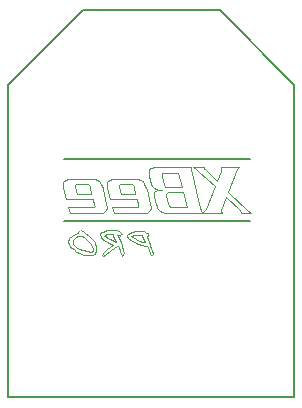
<source format=gbo>
G75*
G70*
%OFA0B0*%
%FSLAX24Y24*%
%IPPOS*%
%LPD*%
%AMOC8*
5,1,8,0,0,1.08239X$1,22.5*
%
%ADD10C,0.0080*%
%ADD11C,0.0060*%
%ADD12C,0.0040*%
D10*
X007786Y001744D02*
X017314Y001744D01*
X017314Y012140D01*
X014824Y014630D01*
X010277Y014630D01*
X007786Y012140D01*
X007786Y001744D01*
D11*
X009623Y007598D02*
X015851Y007598D01*
X015851Y009687D02*
X009623Y009687D01*
D12*
X009765Y009012D02*
X009705Y008990D01*
X009634Y008936D01*
X009612Y008914D01*
X009612Y008722D01*
X009705Y008344D01*
X010604Y008344D01*
X010648Y008157D01*
X010659Y008124D01*
X010653Y008086D01*
X010631Y008069D01*
X009842Y008069D01*
X009771Y008080D01*
X009847Y007894D01*
X010933Y007894D01*
X010977Y007905D01*
X011021Y007938D01*
X011048Y007976D01*
X011065Y008036D01*
X011065Y008091D01*
X011054Y008179D01*
X010944Y008667D01*
X010927Y008727D01*
X010862Y008859D01*
X010812Y008930D01*
X010725Y008985D01*
X010659Y009007D01*
X010626Y009012D01*
X009765Y009012D01*
X010017Y008820D02*
X010017Y008749D01*
X010078Y008513D01*
X010549Y008513D01*
X010555Y008519D01*
X010516Y008744D01*
X010500Y008788D01*
X010478Y008826D01*
X010445Y008842D01*
X010056Y008842D01*
X010034Y008837D01*
X010017Y008820D01*
X011070Y008914D02*
X011070Y008722D01*
X011163Y008344D01*
X012062Y008344D01*
X012106Y008157D01*
X012117Y008124D01*
X012112Y008086D01*
X012090Y008069D01*
X011300Y008069D01*
X011229Y008080D01*
X011306Y007894D01*
X012391Y007894D01*
X012435Y007905D01*
X012479Y007938D01*
X012506Y007976D01*
X012523Y008036D01*
X012523Y008091D01*
X012512Y008179D01*
X012402Y008667D01*
X012386Y008727D01*
X012320Y008859D01*
X012271Y008930D01*
X012183Y008985D01*
X012117Y009007D01*
X012084Y009012D01*
X011224Y009012D01*
X011163Y008990D01*
X011092Y008936D01*
X011070Y008914D01*
X011476Y008820D02*
X011476Y008749D01*
X011536Y008513D01*
X012007Y008513D01*
X012013Y008519D01*
X011975Y008744D01*
X011958Y008788D01*
X011936Y008826D01*
X011903Y008842D01*
X011514Y008842D01*
X011492Y008837D01*
X011476Y008820D01*
X012463Y009160D02*
X012479Y009116D01*
X012545Y008842D01*
X012567Y008788D01*
X012649Y008705D01*
X012715Y008678D01*
X012802Y008656D01*
X012912Y008656D01*
X012753Y008634D01*
X012638Y008579D01*
X012632Y008568D01*
X012632Y008420D01*
X012693Y008179D01*
X012731Y008119D01*
X012742Y008053D01*
X012824Y007960D01*
X012890Y007927D01*
X012994Y007894D01*
X014897Y007894D01*
X014864Y007954D01*
X014864Y007993D01*
X015039Y008426D01*
X015494Y007982D01*
X015544Y007894D01*
X015867Y007894D01*
X015730Y007993D01*
X015094Y008590D01*
X015407Y009352D01*
X015467Y009413D01*
X014864Y009413D01*
X014864Y009380D01*
X014880Y009347D01*
X014864Y009319D01*
X014864Y009292D01*
X014727Y008947D01*
X014337Y009330D01*
X014316Y009358D01*
X014299Y009391D01*
X014294Y009413D01*
X013948Y009413D01*
X014020Y009363D01*
X014074Y009325D01*
X014151Y009259D01*
X014666Y008777D01*
X014359Y008020D01*
X014272Y007899D01*
X014255Y007899D01*
X014222Y007932D01*
X014178Y008064D01*
X014113Y008311D01*
X014036Y008623D01*
X013893Y009204D01*
X013871Y009303D01*
X013871Y009413D01*
X012627Y009413D01*
X012561Y009396D01*
X012517Y009369D01*
X012484Y009308D01*
X012463Y009254D01*
X012463Y009160D01*
X012896Y009111D02*
X012972Y008820D01*
X012989Y008782D01*
X013022Y008760D01*
X013570Y008760D01*
X013455Y009226D01*
X012950Y009226D01*
X012901Y009199D01*
X012896Y009111D01*
X013109Y008563D02*
X013066Y008546D01*
X013038Y008508D01*
X013038Y008492D01*
X013120Y008168D01*
X013142Y008135D01*
X013181Y008091D01*
X013203Y008080D01*
X013734Y008080D01*
X013608Y008563D01*
X013109Y008563D01*
X012435Y007214D02*
X012386Y007214D01*
X012342Y007247D01*
X012298Y007291D01*
X012249Y007264D01*
X012051Y007264D01*
X011892Y007247D01*
X011783Y007181D01*
X011755Y007132D01*
X011755Y007110D01*
X011777Y007061D01*
X011810Y007022D01*
X011876Y006978D01*
X012117Y006858D01*
X012243Y006808D01*
X012342Y006787D01*
X012375Y006781D01*
X012413Y006781D01*
X012430Y006732D01*
X012463Y006633D01*
X012490Y006545D01*
X012512Y006507D01*
X012523Y006485D01*
X012545Y006474D01*
X012572Y006490D01*
X012594Y006523D01*
X012594Y006562D01*
X012583Y006606D01*
X012534Y006710D01*
X012501Y006787D01*
X012490Y006858D01*
X012473Y006924D01*
X012446Y007011D01*
X012419Y007077D01*
X012391Y007121D01*
X012435Y007121D01*
X012435Y007214D01*
X012254Y007126D02*
X012243Y007154D01*
X011964Y007154D01*
X011898Y007126D01*
X011881Y007115D01*
X011887Y007099D01*
X011914Y007077D01*
X012002Y007033D01*
X012073Y006984D01*
X012172Y006956D01*
X012243Y006929D01*
X012287Y006924D01*
X012353Y006924D01*
X012254Y007126D01*
X011563Y006803D02*
X011613Y006628D01*
X011624Y006573D01*
X011618Y006490D01*
X011558Y006436D01*
X011558Y006469D01*
X011536Y006523D01*
X011503Y006622D01*
X011465Y006732D01*
X011454Y006770D01*
X011415Y006770D01*
X011213Y006633D01*
X010999Y006463D01*
X010955Y006430D01*
X010938Y006436D01*
X010922Y006469D01*
X010927Y006501D01*
X010949Y006556D01*
X010993Y006611D01*
X011070Y006671D01*
X011174Y006743D01*
X011256Y006825D01*
X011202Y006858D01*
X011086Y006929D01*
X010966Y006984D01*
X010906Y007022D01*
X010862Y007066D01*
X010862Y007110D01*
X010834Y007159D01*
X010845Y007187D01*
X010884Y007231D01*
X010927Y007258D01*
X011004Y007285D01*
X011070Y007302D01*
X011388Y007302D01*
X011459Y007274D01*
X011520Y007253D01*
X011552Y007220D01*
X011558Y007187D01*
X011547Y007165D01*
X011520Y007148D01*
X011503Y007126D01*
X011503Y007121D01*
X011459Y007154D01*
X011421Y007148D01*
X011437Y007110D01*
X011476Y007039D01*
X011536Y006902D01*
X011563Y006803D01*
X011377Y006929D02*
X011273Y007115D01*
X011267Y007170D01*
X011070Y007170D01*
X011004Y007159D01*
X010988Y007126D01*
X011026Y007115D01*
X011081Y007061D01*
X011158Y007017D01*
X011229Y006978D01*
X011311Y006962D01*
X011377Y006929D01*
X010708Y006743D02*
X010714Y006633D01*
X010659Y006529D01*
X010566Y006469D01*
X010440Y006469D01*
X010281Y006490D01*
X010176Y006556D01*
X010034Y006589D01*
X009957Y006666D01*
X009853Y006748D01*
X009793Y006858D01*
X009782Y006929D01*
X009809Y007033D01*
X009902Y007110D01*
X010012Y007187D01*
X010089Y007209D01*
X010094Y007236D01*
X010133Y007280D01*
X010187Y007302D01*
X010193Y007302D02*
X010308Y007242D01*
X010516Y007066D01*
X010664Y006918D01*
X010681Y006874D01*
X010708Y006743D01*
X010593Y006677D02*
X010544Y006836D01*
X010451Y006962D01*
X010308Y007072D01*
X010248Y007115D01*
X010111Y007115D01*
X010045Y007094D01*
X009924Y006967D01*
X009924Y006836D01*
X010034Y006759D01*
X010149Y006693D01*
X010286Y006649D01*
X010418Y006600D01*
X010549Y006595D01*
X010599Y006622D01*
X010593Y006677D01*
M02*

</source>
